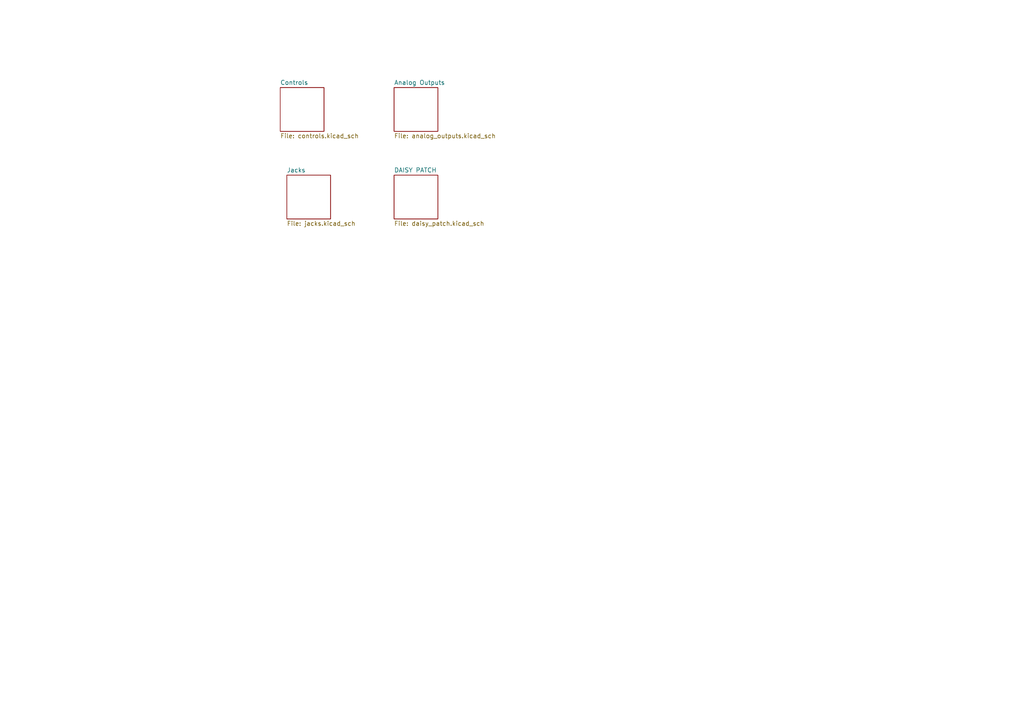
<source format=kicad_sch>
(kicad_sch
	(version 20250114)
	(generator "eeschema")
	(generator_version "9.0")
	(uuid "74acaca0-79fd-4b91-90c4-143fa6f82a9e")
	(paper "A4")
	(title_block
		(title "200 Series Synthesis Platform")
		(date "2025-01-18")
		(rev "A0")
		(company "SVG Synthesis")
	)
	(lib_symbols)
	(sheet
		(at 81.28 25.4)
		(size 12.7 12.7)
		(exclude_from_sim no)
		(in_bom yes)
		(on_board yes)
		(dnp no)
		(fields_autoplaced yes)
		(stroke
			(width 0.1524)
			(type solid)
		)
		(fill
			(color 0 0 0 0.0000)
		)
		(uuid "29f1b18a-6032-4a1d-ae64-8a60aa88f83e")
		(property "Sheetname" "Controls"
			(at 81.28 24.6884 0)
			(effects
				(font
					(size 1.27 1.27)
				)
				(justify left bottom)
			)
		)
		(property "Sheetfile" "controls.kicad_sch"
			(at 81.28 38.6846 0)
			(effects
				(font
					(size 1.27 1.27)
				)
				(justify left top)
			)
		)
		(instances
			(project "200_Plattform"
				(path "/74acaca0-79fd-4b91-90c4-143fa6f82a9e"
					(page "7")
				)
			)
		)
	)
	(sheet
		(at 114.3 50.8)
		(size 12.7 12.7)
		(exclude_from_sim no)
		(in_bom yes)
		(on_board yes)
		(dnp no)
		(fields_autoplaced yes)
		(stroke
			(width 0.1524)
			(type solid)
		)
		(fill
			(color 0 0 0 0.0000)
		)
		(uuid "937b8c18-e741-4e04-8253-e5ee8bc90418")
		(property "Sheetname" "DAISY PATCH"
			(at 114.3 50.0884 0)
			(effects
				(font
					(size 1.27 1.27)
				)
				(justify left bottom)
			)
		)
		(property "Sheetfile" "daisy_patch.kicad_sch"
			(at 114.3 64.0846 0)
			(effects
				(font
					(size 1.27 1.27)
				)
				(justify left top)
			)
		)
		(instances
			(project "200_Plattform"
				(path "/74acaca0-79fd-4b91-90c4-143fa6f82a9e"
					(page "6")
				)
			)
		)
	)
	(sheet
		(at 83.185 50.8)
		(size 12.7 12.7)
		(exclude_from_sim no)
		(in_bom yes)
		(on_board yes)
		(dnp no)
		(fields_autoplaced yes)
		(stroke
			(width 0.1524)
			(type solid)
		)
		(fill
			(color 0 0 0 0.0000)
		)
		(uuid "daac6ba8-31c2-4c89-83c6-b6162dfbf0ed")
		(property "Sheetname" "Jacks"
			(at 83.185 50.0884 0)
			(effects
				(font
					(size 1.27 1.27)
				)
				(justify left bottom)
			)
		)
		(property "Sheetfile" "jacks.kicad_sch"
			(at 83.185 64.0846 0)
			(effects
				(font
					(size 1.27 1.27)
				)
				(justify left top)
			)
		)
		(instances
			(project "200_Plattform"
				(path "/74acaca0-79fd-4b91-90c4-143fa6f82a9e"
					(page "6")
				)
			)
		)
	)
	(sheet
		(at 114.3 25.4)
		(size 12.7 12.7)
		(exclude_from_sim no)
		(in_bom yes)
		(on_board yes)
		(dnp no)
		(fields_autoplaced yes)
		(stroke
			(width 0.1524)
			(type solid)
		)
		(fill
			(color 0 0 0 0.0000)
		)
		(uuid "fec114e0-b300-40eb-92b3-4d2d9c20b00a")
		(property "Sheetname" "Analog Outputs"
			(at 114.3 24.6884 0)
			(effects
				(font
					(size 1.27 1.27)
				)
				(justify left bottom)
			)
		)
		(property "Sheetfile" "analog_outputs.kicad_sch"
			(at 114.3 38.6846 0)
			(effects
				(font
					(size 1.27 1.27)
				)
				(justify left top)
			)
		)
		(instances
			(project "200_Plattform"
				(path "/74acaca0-79fd-4b91-90c4-143fa6f82a9e"
					(page "6")
				)
			)
		)
	)
	(sheet_instances
		(path "/"
			(page "1")
		)
	)
	(embedded_fonts no)
)

</source>
